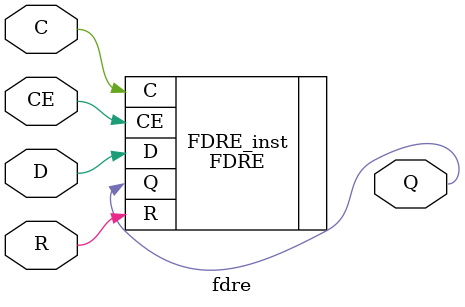
<source format=sv>
`timescale 1ns / 1ps


module fdre(
	input wire C,
	input wire CE,
	input wire D,
	input wire R,
	output reg Q
    );

//    FDRE     : In order to incorporate this function into the design,
//   Verilog   : the following instance declaration needs to be placed
//  instance   : in the body of the design code.  The instance name
// declaration : (FDRE_inst) and/or the port declarations within the
//    code     : parenthesis may be changed to properly reference and
//             : connect this function to the design.  All inputs
//             : and outputs must be connected.

//  <-----Cut code below this line---->

   // FDRE: D Flip-Flop with Clock Enable and Synchronous Reset
   //       Kintex UltraScale
   // Xilinx HDL Language Template, version 2018.2

   FDRE #(
      .INIT(1'b0),          // Initial value of register, 1'b0, 1'b1
      // Programmable Inversion Attributes: Specifies the use of the built-in programmable inversion
      .IS_C_INVERTED(1'b0), // Optional inversion for C
      .IS_D_INVERTED(1'b0), // Optional inversion for D
      .IS_R_INVERTED(1'b0)  // Optional inversion for R
   )
   FDRE_inst (
      .Q(Q),   // 1-bit output: Data
      .C(C),   // 1-bit input: Clock
      .CE(CE), // 1-bit input: Clock enable
      .D(D),   // 1-bit input: Data
      .R(R)    // 1-bit input: Synchronous reset
   );

   // End of FDRE_inst instantiation
					
					
endmodule

</source>
